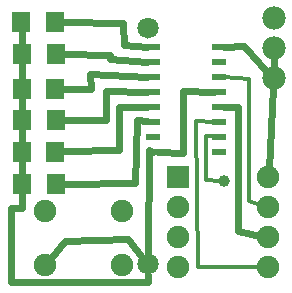
<source format=gtl>
G04 MADE WITH FRITZING*
G04 WWW.FRITZING.ORG*
G04 DOUBLE SIDED*
G04 HOLES PLATED*
G04 CONTOUR ON CENTER OF CONTOUR VECTOR*
%ASAXBY*%
%FSLAX23Y23*%
%MOIN*%
%OFA0B0*%
%SFA1.0B1.0*%
%ADD10C,0.071181*%
%ADD11C,0.075000*%
%ADD12C,0.078000*%
%ADD13C,0.039370*%
%ADD14R,0.075000X0.075000*%
%ADD15R,0.062992X0.070984*%
%ADD16R,0.047244X0.023622*%
%ADD17C,0.024000*%
%ADD18C,0.012000*%
%LNCOPPER1*%
G90*
G70*
G54D10*
X495Y95D03*
X495Y882D03*
X495Y95D03*
X495Y882D03*
X495Y95D03*
X495Y882D03*
G54D11*
X595Y384D03*
X895Y384D03*
X595Y284D03*
X895Y284D03*
X595Y184D03*
X895Y184D03*
X595Y84D03*
X895Y84D03*
G54D12*
X913Y914D03*
X913Y814D03*
X913Y714D03*
G54D13*
X746Y372D03*
G54D11*
X408Y93D03*
X152Y93D03*
X408Y271D03*
X152Y271D03*
G54D14*
X595Y384D03*
G54D15*
X73Y470D03*
X185Y470D03*
X74Y575D03*
X186Y575D03*
X75Y362D03*
X187Y362D03*
X72Y901D03*
X184Y901D03*
X73Y679D03*
X185Y679D03*
X74Y795D03*
X186Y795D03*
G54D16*
X511Y819D03*
X511Y769D03*
X511Y719D03*
X511Y669D03*
X511Y619D03*
X511Y569D03*
X511Y519D03*
X511Y469D03*
X731Y469D03*
X731Y519D03*
X731Y569D03*
X731Y619D03*
X731Y669D03*
X731Y719D03*
X731Y769D03*
X731Y819D03*
G54D17*
X913Y744D02*
X913Y784D01*
D02*
X897Y412D02*
X911Y684D01*
D02*
X495Y34D02*
X495Y58D01*
D02*
X36Y281D02*
X36Y34D01*
D02*
X36Y34D02*
X495Y34D01*
D02*
X74Y283D02*
X36Y281D01*
D02*
X75Y332D02*
X74Y283D01*
D02*
X75Y392D02*
X74Y440D01*
D02*
X73Y500D02*
X73Y545D01*
D02*
X74Y605D02*
X73Y649D01*
D02*
X73Y709D02*
X74Y765D01*
D02*
X73Y825D02*
X73Y871D01*
D02*
X414Y826D02*
X411Y900D01*
D02*
X492Y820D02*
X414Y826D01*
D02*
X411Y900D02*
X210Y901D01*
D02*
X368Y778D02*
X368Y793D01*
D02*
X368Y793D02*
X212Y794D01*
D02*
X492Y770D02*
X368Y778D01*
D02*
X492Y720D02*
X301Y730D01*
D02*
X301Y730D02*
X303Y680D01*
D02*
X303Y680D02*
X211Y679D01*
D02*
X354Y673D02*
X354Y575D01*
D02*
X354Y575D02*
X212Y575D01*
D02*
X492Y670D02*
X354Y673D01*
D02*
X397Y620D02*
X399Y477D01*
D02*
X492Y619D02*
X397Y620D01*
D02*
X399Y477D02*
X211Y471D01*
D02*
X452Y364D02*
X457Y575D01*
D02*
X457Y575D02*
X492Y571D01*
D02*
X213Y362D02*
X452Y364D01*
D02*
X497Y475D02*
X511Y469D01*
D02*
X495Y131D02*
X497Y475D01*
D02*
X612Y671D02*
X713Y669D01*
D02*
X529Y469D02*
X610Y467D01*
D02*
X610Y467D02*
X612Y671D01*
G54D18*
D02*
X830Y305D02*
X830Y711D01*
D02*
X830Y711D02*
X749Y718D01*
D02*
X868Y292D02*
X830Y305D01*
G54D17*
D02*
X794Y207D02*
X794Y618D01*
D02*
X794Y618D02*
X749Y619D01*
D02*
X867Y190D02*
X794Y207D01*
G54D18*
D02*
X662Y87D02*
X655Y573D01*
D02*
X867Y84D02*
X662Y87D01*
D02*
X655Y573D02*
X713Y570D01*
G54D17*
D02*
X813Y821D02*
X749Y820D01*
D02*
X892Y736D02*
X813Y821D01*
G54D18*
D02*
X689Y522D02*
X713Y521D01*
D02*
X689Y374D02*
X689Y522D01*
D02*
X733Y372D02*
X689Y374D01*
G54D17*
D02*
X217Y173D02*
X170Y116D01*
D02*
X472Y123D02*
X428Y178D01*
D02*
X428Y178D02*
X217Y173D01*
G04 End of Copper1*
M02*
</source>
